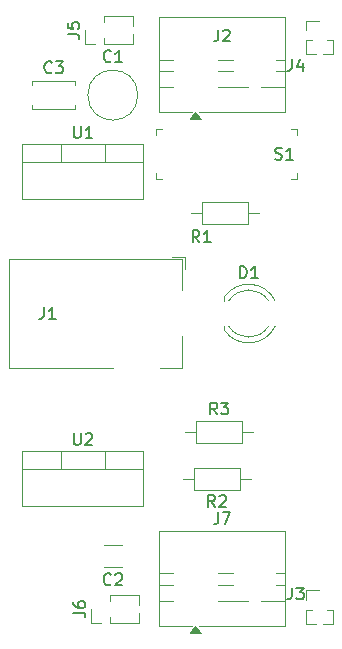
<source format=gbr>
%TF.GenerationSoftware,KiCad,Pcbnew,9.0.1*%
%TF.CreationDate,2025-05-11T23:30:35+05:30*%
%TF.ProjectId,Breadboard Power Supply,42726561-6462-46f6-9172-6420506f7765,1*%
%TF.SameCoordinates,Original*%
%TF.FileFunction,Legend,Top*%
%TF.FilePolarity,Positive*%
%FSLAX46Y46*%
G04 Gerber Fmt 4.6, Leading zero omitted, Abs format (unit mm)*
G04 Created by KiCad (PCBNEW 9.0.1) date 2025-05-11 23:30:35*
%MOMM*%
%LPD*%
G01*
G04 APERTURE LIST*
%ADD10C,0.150000*%
%ADD11C,0.120000*%
%ADD12C,0.100000*%
G04 APERTURE END LIST*
D10*
X122198095Y-100629819D02*
X122198095Y-101439342D01*
X122198095Y-101439342D02*
X122245714Y-101534580D01*
X122245714Y-101534580D02*
X122293333Y-101582200D01*
X122293333Y-101582200D02*
X122388571Y-101629819D01*
X122388571Y-101629819D02*
X122579047Y-101629819D01*
X122579047Y-101629819D02*
X122674285Y-101582200D01*
X122674285Y-101582200D02*
X122721904Y-101534580D01*
X122721904Y-101534580D02*
X122769523Y-101439342D01*
X122769523Y-101439342D02*
X122769523Y-100629819D01*
X123198095Y-100725057D02*
X123245714Y-100677438D01*
X123245714Y-100677438D02*
X123340952Y-100629819D01*
X123340952Y-100629819D02*
X123579047Y-100629819D01*
X123579047Y-100629819D02*
X123674285Y-100677438D01*
X123674285Y-100677438D02*
X123721904Y-100725057D01*
X123721904Y-100725057D02*
X123769523Y-100820295D01*
X123769523Y-100820295D02*
X123769523Y-100915533D01*
X123769523Y-100915533D02*
X123721904Y-101058390D01*
X123721904Y-101058390D02*
X123150476Y-101629819D01*
X123150476Y-101629819D02*
X123769523Y-101629819D01*
X122198095Y-74629819D02*
X122198095Y-75439342D01*
X122198095Y-75439342D02*
X122245714Y-75534580D01*
X122245714Y-75534580D02*
X122293333Y-75582200D01*
X122293333Y-75582200D02*
X122388571Y-75629819D01*
X122388571Y-75629819D02*
X122579047Y-75629819D01*
X122579047Y-75629819D02*
X122674285Y-75582200D01*
X122674285Y-75582200D02*
X122721904Y-75534580D01*
X122721904Y-75534580D02*
X122769523Y-75439342D01*
X122769523Y-75439342D02*
X122769523Y-74629819D01*
X123769523Y-75629819D02*
X123198095Y-75629819D01*
X123483809Y-75629819D02*
X123483809Y-74629819D01*
X123483809Y-74629819D02*
X123388571Y-74772676D01*
X123388571Y-74772676D02*
X123293333Y-74867914D01*
X123293333Y-74867914D02*
X123198095Y-74915533D01*
X139238095Y-77407200D02*
X139380952Y-77454819D01*
X139380952Y-77454819D02*
X139619047Y-77454819D01*
X139619047Y-77454819D02*
X139714285Y-77407200D01*
X139714285Y-77407200D02*
X139761904Y-77359580D01*
X139761904Y-77359580D02*
X139809523Y-77264342D01*
X139809523Y-77264342D02*
X139809523Y-77169104D01*
X139809523Y-77169104D02*
X139761904Y-77073866D01*
X139761904Y-77073866D02*
X139714285Y-77026247D01*
X139714285Y-77026247D02*
X139619047Y-76978628D01*
X139619047Y-76978628D02*
X139428571Y-76931009D01*
X139428571Y-76931009D02*
X139333333Y-76883390D01*
X139333333Y-76883390D02*
X139285714Y-76835771D01*
X139285714Y-76835771D02*
X139238095Y-76740533D01*
X139238095Y-76740533D02*
X139238095Y-76645295D01*
X139238095Y-76645295D02*
X139285714Y-76550057D01*
X139285714Y-76550057D02*
X139333333Y-76502438D01*
X139333333Y-76502438D02*
X139428571Y-76454819D01*
X139428571Y-76454819D02*
X139666666Y-76454819D01*
X139666666Y-76454819D02*
X139809523Y-76502438D01*
X140761904Y-77454819D02*
X140190476Y-77454819D01*
X140476190Y-77454819D02*
X140476190Y-76454819D01*
X140476190Y-76454819D02*
X140380952Y-76597676D01*
X140380952Y-76597676D02*
X140285714Y-76692914D01*
X140285714Y-76692914D02*
X140190476Y-76740533D01*
X134333333Y-99034819D02*
X134000000Y-98558628D01*
X133761905Y-99034819D02*
X133761905Y-98034819D01*
X133761905Y-98034819D02*
X134142857Y-98034819D01*
X134142857Y-98034819D02*
X134238095Y-98082438D01*
X134238095Y-98082438D02*
X134285714Y-98130057D01*
X134285714Y-98130057D02*
X134333333Y-98225295D01*
X134333333Y-98225295D02*
X134333333Y-98368152D01*
X134333333Y-98368152D02*
X134285714Y-98463390D01*
X134285714Y-98463390D02*
X134238095Y-98511009D01*
X134238095Y-98511009D02*
X134142857Y-98558628D01*
X134142857Y-98558628D02*
X133761905Y-98558628D01*
X134666667Y-98034819D02*
X135285714Y-98034819D01*
X135285714Y-98034819D02*
X134952381Y-98415771D01*
X134952381Y-98415771D02*
X135095238Y-98415771D01*
X135095238Y-98415771D02*
X135190476Y-98463390D01*
X135190476Y-98463390D02*
X135238095Y-98511009D01*
X135238095Y-98511009D02*
X135285714Y-98606247D01*
X135285714Y-98606247D02*
X135285714Y-98844342D01*
X135285714Y-98844342D02*
X135238095Y-98939580D01*
X135238095Y-98939580D02*
X135190476Y-98987200D01*
X135190476Y-98987200D02*
X135095238Y-99034819D01*
X135095238Y-99034819D02*
X134809524Y-99034819D01*
X134809524Y-99034819D02*
X134714286Y-98987200D01*
X134714286Y-98987200D02*
X134666667Y-98939580D01*
X134143333Y-106874819D02*
X133810000Y-106398628D01*
X133571905Y-106874819D02*
X133571905Y-105874819D01*
X133571905Y-105874819D02*
X133952857Y-105874819D01*
X133952857Y-105874819D02*
X134048095Y-105922438D01*
X134048095Y-105922438D02*
X134095714Y-105970057D01*
X134095714Y-105970057D02*
X134143333Y-106065295D01*
X134143333Y-106065295D02*
X134143333Y-106208152D01*
X134143333Y-106208152D02*
X134095714Y-106303390D01*
X134095714Y-106303390D02*
X134048095Y-106351009D01*
X134048095Y-106351009D02*
X133952857Y-106398628D01*
X133952857Y-106398628D02*
X133571905Y-106398628D01*
X134524286Y-105970057D02*
X134571905Y-105922438D01*
X134571905Y-105922438D02*
X134667143Y-105874819D01*
X134667143Y-105874819D02*
X134905238Y-105874819D01*
X134905238Y-105874819D02*
X135000476Y-105922438D01*
X135000476Y-105922438D02*
X135048095Y-105970057D01*
X135048095Y-105970057D02*
X135095714Y-106065295D01*
X135095714Y-106065295D02*
X135095714Y-106160533D01*
X135095714Y-106160533D02*
X135048095Y-106303390D01*
X135048095Y-106303390D02*
X134476667Y-106874819D01*
X134476667Y-106874819D02*
X135095714Y-106874819D01*
X132833333Y-84454819D02*
X132500000Y-83978628D01*
X132261905Y-84454819D02*
X132261905Y-83454819D01*
X132261905Y-83454819D02*
X132642857Y-83454819D01*
X132642857Y-83454819D02*
X132738095Y-83502438D01*
X132738095Y-83502438D02*
X132785714Y-83550057D01*
X132785714Y-83550057D02*
X132833333Y-83645295D01*
X132833333Y-83645295D02*
X132833333Y-83788152D01*
X132833333Y-83788152D02*
X132785714Y-83883390D01*
X132785714Y-83883390D02*
X132738095Y-83931009D01*
X132738095Y-83931009D02*
X132642857Y-83978628D01*
X132642857Y-83978628D02*
X132261905Y-83978628D01*
X133785714Y-84454819D02*
X133214286Y-84454819D01*
X133500000Y-84454819D02*
X133500000Y-83454819D01*
X133500000Y-83454819D02*
X133404762Y-83597676D01*
X133404762Y-83597676D02*
X133309524Y-83692914D01*
X133309524Y-83692914D02*
X133214286Y-83740533D01*
X134416666Y-107334819D02*
X134416666Y-108049104D01*
X134416666Y-108049104D02*
X134369047Y-108191961D01*
X134369047Y-108191961D02*
X134273809Y-108287200D01*
X134273809Y-108287200D02*
X134130952Y-108334819D01*
X134130952Y-108334819D02*
X134035714Y-108334819D01*
X134797619Y-107334819D02*
X135464285Y-107334819D01*
X135464285Y-107334819D02*
X135035714Y-108334819D01*
X122169819Y-115833333D02*
X122884104Y-115833333D01*
X122884104Y-115833333D02*
X123026961Y-115880952D01*
X123026961Y-115880952D02*
X123122200Y-115976190D01*
X123122200Y-115976190D02*
X123169819Y-116119047D01*
X123169819Y-116119047D02*
X123169819Y-116214285D01*
X122169819Y-114928571D02*
X122169819Y-115119047D01*
X122169819Y-115119047D02*
X122217438Y-115214285D01*
X122217438Y-115214285D02*
X122265057Y-115261904D01*
X122265057Y-115261904D02*
X122407914Y-115357142D01*
X122407914Y-115357142D02*
X122598390Y-115404761D01*
X122598390Y-115404761D02*
X122979342Y-115404761D01*
X122979342Y-115404761D02*
X123074580Y-115357142D01*
X123074580Y-115357142D02*
X123122200Y-115309523D01*
X123122200Y-115309523D02*
X123169819Y-115214285D01*
X123169819Y-115214285D02*
X123169819Y-115023809D01*
X123169819Y-115023809D02*
X123122200Y-114928571D01*
X123122200Y-114928571D02*
X123074580Y-114880952D01*
X123074580Y-114880952D02*
X122979342Y-114833333D01*
X122979342Y-114833333D02*
X122741247Y-114833333D01*
X122741247Y-114833333D02*
X122646009Y-114880952D01*
X122646009Y-114880952D02*
X122598390Y-114928571D01*
X122598390Y-114928571D02*
X122550771Y-115023809D01*
X122550771Y-115023809D02*
X122550771Y-115214285D01*
X122550771Y-115214285D02*
X122598390Y-115309523D01*
X122598390Y-115309523D02*
X122646009Y-115357142D01*
X122646009Y-115357142D02*
X122741247Y-115404761D01*
X121669819Y-66833333D02*
X122384104Y-66833333D01*
X122384104Y-66833333D02*
X122526961Y-66880952D01*
X122526961Y-66880952D02*
X122622200Y-66976190D01*
X122622200Y-66976190D02*
X122669819Y-67119047D01*
X122669819Y-67119047D02*
X122669819Y-67214285D01*
X121669819Y-65880952D02*
X121669819Y-66357142D01*
X121669819Y-66357142D02*
X122146009Y-66404761D01*
X122146009Y-66404761D02*
X122098390Y-66357142D01*
X122098390Y-66357142D02*
X122050771Y-66261904D01*
X122050771Y-66261904D02*
X122050771Y-66023809D01*
X122050771Y-66023809D02*
X122098390Y-65928571D01*
X122098390Y-65928571D02*
X122146009Y-65880952D01*
X122146009Y-65880952D02*
X122241247Y-65833333D01*
X122241247Y-65833333D02*
X122479342Y-65833333D01*
X122479342Y-65833333D02*
X122574580Y-65880952D01*
X122574580Y-65880952D02*
X122622200Y-65928571D01*
X122622200Y-65928571D02*
X122669819Y-66023809D01*
X122669819Y-66023809D02*
X122669819Y-66261904D01*
X122669819Y-66261904D02*
X122622200Y-66357142D01*
X122622200Y-66357142D02*
X122574580Y-66404761D01*
X140666666Y-68954819D02*
X140666666Y-69669104D01*
X140666666Y-69669104D02*
X140619047Y-69811961D01*
X140619047Y-69811961D02*
X140523809Y-69907200D01*
X140523809Y-69907200D02*
X140380952Y-69954819D01*
X140380952Y-69954819D02*
X140285714Y-69954819D01*
X141571428Y-69288152D02*
X141571428Y-69954819D01*
X141333333Y-68907200D02*
X141095238Y-69621485D01*
X141095238Y-69621485D02*
X141714285Y-69621485D01*
X140666666Y-113704819D02*
X140666666Y-114419104D01*
X140666666Y-114419104D02*
X140619047Y-114561961D01*
X140619047Y-114561961D02*
X140523809Y-114657200D01*
X140523809Y-114657200D02*
X140380952Y-114704819D01*
X140380952Y-114704819D02*
X140285714Y-114704819D01*
X141047619Y-113704819D02*
X141666666Y-113704819D01*
X141666666Y-113704819D02*
X141333333Y-114085771D01*
X141333333Y-114085771D02*
X141476190Y-114085771D01*
X141476190Y-114085771D02*
X141571428Y-114133390D01*
X141571428Y-114133390D02*
X141619047Y-114181009D01*
X141619047Y-114181009D02*
X141666666Y-114276247D01*
X141666666Y-114276247D02*
X141666666Y-114514342D01*
X141666666Y-114514342D02*
X141619047Y-114609580D01*
X141619047Y-114609580D02*
X141571428Y-114657200D01*
X141571428Y-114657200D02*
X141476190Y-114704819D01*
X141476190Y-114704819D02*
X141190476Y-114704819D01*
X141190476Y-114704819D02*
X141095238Y-114657200D01*
X141095238Y-114657200D02*
X141047619Y-114609580D01*
X134416666Y-66454819D02*
X134416666Y-67169104D01*
X134416666Y-67169104D02*
X134369047Y-67311961D01*
X134369047Y-67311961D02*
X134273809Y-67407200D01*
X134273809Y-67407200D02*
X134130952Y-67454819D01*
X134130952Y-67454819D02*
X134035714Y-67454819D01*
X134845238Y-66550057D02*
X134892857Y-66502438D01*
X134892857Y-66502438D02*
X134988095Y-66454819D01*
X134988095Y-66454819D02*
X135226190Y-66454819D01*
X135226190Y-66454819D02*
X135321428Y-66502438D01*
X135321428Y-66502438D02*
X135369047Y-66550057D01*
X135369047Y-66550057D02*
X135416666Y-66645295D01*
X135416666Y-66645295D02*
X135416666Y-66740533D01*
X135416666Y-66740533D02*
X135369047Y-66883390D01*
X135369047Y-66883390D02*
X134797619Y-67454819D01*
X134797619Y-67454819D02*
X135416666Y-67454819D01*
X119666666Y-89954819D02*
X119666666Y-90669104D01*
X119666666Y-90669104D02*
X119619047Y-90811961D01*
X119619047Y-90811961D02*
X119523809Y-90907200D01*
X119523809Y-90907200D02*
X119380952Y-90954819D01*
X119380952Y-90954819D02*
X119285714Y-90954819D01*
X120666666Y-90954819D02*
X120095238Y-90954819D01*
X120380952Y-90954819D02*
X120380952Y-89954819D01*
X120380952Y-89954819D02*
X120285714Y-90097676D01*
X120285714Y-90097676D02*
X120190476Y-90192914D01*
X120190476Y-90192914D02*
X120095238Y-90240533D01*
X136261905Y-87494819D02*
X136261905Y-86494819D01*
X136261905Y-86494819D02*
X136500000Y-86494819D01*
X136500000Y-86494819D02*
X136642857Y-86542438D01*
X136642857Y-86542438D02*
X136738095Y-86637676D01*
X136738095Y-86637676D02*
X136785714Y-86732914D01*
X136785714Y-86732914D02*
X136833333Y-86923390D01*
X136833333Y-86923390D02*
X136833333Y-87066247D01*
X136833333Y-87066247D02*
X136785714Y-87256723D01*
X136785714Y-87256723D02*
X136738095Y-87351961D01*
X136738095Y-87351961D02*
X136642857Y-87447200D01*
X136642857Y-87447200D02*
X136500000Y-87494819D01*
X136500000Y-87494819D02*
X136261905Y-87494819D01*
X137785714Y-87494819D02*
X137214286Y-87494819D01*
X137500000Y-87494819D02*
X137500000Y-86494819D01*
X137500000Y-86494819D02*
X137404762Y-86637676D01*
X137404762Y-86637676D02*
X137309524Y-86732914D01*
X137309524Y-86732914D02*
X137214286Y-86780533D01*
X120333333Y-70059580D02*
X120285714Y-70107200D01*
X120285714Y-70107200D02*
X120142857Y-70154819D01*
X120142857Y-70154819D02*
X120047619Y-70154819D01*
X120047619Y-70154819D02*
X119904762Y-70107200D01*
X119904762Y-70107200D02*
X119809524Y-70011961D01*
X119809524Y-70011961D02*
X119761905Y-69916723D01*
X119761905Y-69916723D02*
X119714286Y-69726247D01*
X119714286Y-69726247D02*
X119714286Y-69583390D01*
X119714286Y-69583390D02*
X119761905Y-69392914D01*
X119761905Y-69392914D02*
X119809524Y-69297676D01*
X119809524Y-69297676D02*
X119904762Y-69202438D01*
X119904762Y-69202438D02*
X120047619Y-69154819D01*
X120047619Y-69154819D02*
X120142857Y-69154819D01*
X120142857Y-69154819D02*
X120285714Y-69202438D01*
X120285714Y-69202438D02*
X120333333Y-69250057D01*
X120666667Y-69154819D02*
X121285714Y-69154819D01*
X121285714Y-69154819D02*
X120952381Y-69535771D01*
X120952381Y-69535771D02*
X121095238Y-69535771D01*
X121095238Y-69535771D02*
X121190476Y-69583390D01*
X121190476Y-69583390D02*
X121238095Y-69631009D01*
X121238095Y-69631009D02*
X121285714Y-69726247D01*
X121285714Y-69726247D02*
X121285714Y-69964342D01*
X121285714Y-69964342D02*
X121238095Y-70059580D01*
X121238095Y-70059580D02*
X121190476Y-70107200D01*
X121190476Y-70107200D02*
X121095238Y-70154819D01*
X121095238Y-70154819D02*
X120809524Y-70154819D01*
X120809524Y-70154819D02*
X120714286Y-70107200D01*
X120714286Y-70107200D02*
X120666667Y-70059580D01*
X125333333Y-113409580D02*
X125285714Y-113457200D01*
X125285714Y-113457200D02*
X125142857Y-113504819D01*
X125142857Y-113504819D02*
X125047619Y-113504819D01*
X125047619Y-113504819D02*
X124904762Y-113457200D01*
X124904762Y-113457200D02*
X124809524Y-113361961D01*
X124809524Y-113361961D02*
X124761905Y-113266723D01*
X124761905Y-113266723D02*
X124714286Y-113076247D01*
X124714286Y-113076247D02*
X124714286Y-112933390D01*
X124714286Y-112933390D02*
X124761905Y-112742914D01*
X124761905Y-112742914D02*
X124809524Y-112647676D01*
X124809524Y-112647676D02*
X124904762Y-112552438D01*
X124904762Y-112552438D02*
X125047619Y-112504819D01*
X125047619Y-112504819D02*
X125142857Y-112504819D01*
X125142857Y-112504819D02*
X125285714Y-112552438D01*
X125285714Y-112552438D02*
X125333333Y-112600057D01*
X125714286Y-112600057D02*
X125761905Y-112552438D01*
X125761905Y-112552438D02*
X125857143Y-112504819D01*
X125857143Y-112504819D02*
X126095238Y-112504819D01*
X126095238Y-112504819D02*
X126190476Y-112552438D01*
X126190476Y-112552438D02*
X126238095Y-112600057D01*
X126238095Y-112600057D02*
X126285714Y-112695295D01*
X126285714Y-112695295D02*
X126285714Y-112790533D01*
X126285714Y-112790533D02*
X126238095Y-112933390D01*
X126238095Y-112933390D02*
X125666667Y-113504819D01*
X125666667Y-113504819D02*
X126285714Y-113504819D01*
X125333333Y-69109580D02*
X125285714Y-69157200D01*
X125285714Y-69157200D02*
X125142857Y-69204819D01*
X125142857Y-69204819D02*
X125047619Y-69204819D01*
X125047619Y-69204819D02*
X124904762Y-69157200D01*
X124904762Y-69157200D02*
X124809524Y-69061961D01*
X124809524Y-69061961D02*
X124761905Y-68966723D01*
X124761905Y-68966723D02*
X124714286Y-68776247D01*
X124714286Y-68776247D02*
X124714286Y-68633390D01*
X124714286Y-68633390D02*
X124761905Y-68442914D01*
X124761905Y-68442914D02*
X124809524Y-68347676D01*
X124809524Y-68347676D02*
X124904762Y-68252438D01*
X124904762Y-68252438D02*
X125047619Y-68204819D01*
X125047619Y-68204819D02*
X125142857Y-68204819D01*
X125142857Y-68204819D02*
X125285714Y-68252438D01*
X125285714Y-68252438D02*
X125333333Y-68300057D01*
X126285714Y-69204819D02*
X125714286Y-69204819D01*
X126000000Y-69204819D02*
X126000000Y-68204819D01*
X126000000Y-68204819D02*
X125904762Y-68347676D01*
X125904762Y-68347676D02*
X125809524Y-68442914D01*
X125809524Y-68442914D02*
X125714286Y-68490533D01*
D11*
%TO.C,U2*%
X117840000Y-102175000D02*
X117840000Y-106816000D01*
X117840000Y-102175000D02*
X128080000Y-102175000D01*
X117840000Y-103685000D02*
X128080000Y-103685000D01*
X117840000Y-106816000D02*
X128080000Y-106816000D01*
X121110000Y-102175000D02*
X121110000Y-103685000D01*
X124811000Y-102175000D02*
X124811000Y-103685000D01*
X128080000Y-102175000D02*
X128080000Y-106816000D01*
%TO.C,U1*%
X117840000Y-76175000D02*
X117840000Y-80816000D01*
X117840000Y-76175000D02*
X128080000Y-76175000D01*
X117840000Y-77685000D02*
X128080000Y-77685000D01*
X117840000Y-80816000D02*
X128080000Y-80816000D01*
X121110000Y-76175000D02*
X121110000Y-77685000D01*
X124811000Y-76175000D02*
X124811000Y-77685000D01*
X128080000Y-76175000D02*
X128080000Y-80816000D01*
D12*
%TO.C,S1*%
X129200000Y-74900000D02*
X129700000Y-74900000D01*
X129200000Y-74900000D02*
X129200000Y-75400000D01*
X141100000Y-74900000D02*
X140600000Y-74900000D01*
X141100000Y-74900000D02*
X141100000Y-75400000D01*
X141100000Y-79100000D02*
X140600000Y-79100000D01*
X141100000Y-79100000D02*
X141100000Y-78600000D01*
X129200000Y-79100000D02*
X129200000Y-78600000D01*
X129200000Y-79100000D02*
X129700000Y-79100000D01*
D11*
%TO.C,R3*%
X131630000Y-100500000D02*
X132580000Y-100500000D01*
X132580000Y-99580000D02*
X132580000Y-101420000D01*
X132580000Y-101420000D02*
X136420000Y-101420000D01*
X136420000Y-99580000D02*
X132580000Y-99580000D01*
X136420000Y-101420000D02*
X136420000Y-99580000D01*
X137370000Y-100500000D02*
X136420000Y-100500000D01*
%TO.C,R2*%
X137180000Y-104500000D02*
X136230000Y-104500000D01*
X136230000Y-105420000D02*
X136230000Y-103580000D01*
X136230000Y-103580000D02*
X132390000Y-103580000D01*
X132390000Y-105420000D02*
X136230000Y-105420000D01*
X132390000Y-103580000D02*
X132390000Y-105420000D01*
X131440000Y-104500000D02*
X132390000Y-104500000D01*
%TO.C,R1*%
X132130000Y-82000000D02*
X133080000Y-82000000D01*
X133080000Y-81080000D02*
X133080000Y-82920000D01*
X133080000Y-82920000D02*
X136920000Y-82920000D01*
X136920000Y-81080000D02*
X133080000Y-81080000D01*
X136920000Y-82920000D02*
X136920000Y-81080000D01*
X137870000Y-82000000D02*
X136920000Y-82000000D01*
%TO.C,J7*%
X129380000Y-108880000D02*
X129380000Y-116920000D01*
X129380000Y-108880000D02*
X140120000Y-108880000D01*
X129380000Y-112500000D02*
X130620000Y-112500000D01*
X129380000Y-113500000D02*
X130620000Y-113500000D01*
X129380000Y-114800000D02*
X130620000Y-114800000D01*
X129380000Y-116920000D02*
X132200000Y-116920000D01*
X132800000Y-116920000D02*
X140120000Y-116920000D01*
X134380000Y-112500000D02*
X135688000Y-112500000D01*
X134380000Y-113500000D02*
X135688000Y-113500000D01*
X134380000Y-114800000D02*
X136957000Y-114800000D01*
X138043000Y-114800000D02*
X140120000Y-114800000D01*
X139312000Y-112500000D02*
X140120000Y-112500000D01*
X139312000Y-113500000D02*
X140120000Y-113500000D01*
X140120000Y-108880000D02*
X140120000Y-116920000D01*
X132940000Y-117530000D02*
X132060000Y-117530000D01*
X132500000Y-116920000D01*
X132940000Y-117530000D01*
G36*
X132940000Y-117530000D02*
G01*
X132060000Y-117530000D01*
X132500000Y-116920000D01*
X132940000Y-117530000D01*
G37*
%TO.C,J6*%
X123650000Y-116660000D02*
X123650000Y-115500000D01*
X124460000Y-116660000D02*
X123650000Y-116660000D01*
X125270000Y-116660000D02*
X127745000Y-116660000D01*
X125270000Y-116660000D02*
X125270000Y-116166708D01*
X127745000Y-116660000D02*
X127745000Y-115817923D01*
X127745000Y-115182077D02*
X127745000Y-114340000D01*
X125270000Y-114833292D02*
X125270000Y-114340000D01*
X125270000Y-114340000D02*
X127745000Y-114340000D01*
%TO.C,J5*%
X123150000Y-67660000D02*
X123150000Y-66500000D01*
X123960000Y-67660000D02*
X123150000Y-67660000D01*
X124770000Y-67660000D02*
X127245000Y-67660000D01*
X124770000Y-67660000D02*
X124770000Y-67166708D01*
X127245000Y-67660000D02*
X127245000Y-66817923D01*
X127245000Y-66182077D02*
X127245000Y-65340000D01*
X124770000Y-65833292D02*
X124770000Y-65340000D01*
X124770000Y-65340000D02*
X127245000Y-65340000D01*
%TO.C,J4*%
X141840000Y-65690000D02*
X143000000Y-65690000D01*
X141840000Y-66500000D02*
X141840000Y-65690000D01*
X141840000Y-67310000D02*
X141840000Y-68515000D01*
X141840000Y-67310000D02*
X142333292Y-67310000D01*
X141840000Y-68515000D02*
X142682077Y-68515000D01*
X143317923Y-68515000D02*
X144160000Y-68515000D01*
X143666708Y-67310000D02*
X144160000Y-67310000D01*
X144160000Y-67310000D02*
X144160000Y-68515000D01*
%TO.C,J3*%
X141840000Y-113940000D02*
X143000000Y-113940000D01*
X141840000Y-114750000D02*
X141840000Y-113940000D01*
X141840000Y-115560000D02*
X141840000Y-116765000D01*
X141840000Y-115560000D02*
X142333292Y-115560000D01*
X141840000Y-116765000D02*
X142682077Y-116765000D01*
X143317923Y-116765000D02*
X144160000Y-116765000D01*
X143666708Y-115560000D02*
X144160000Y-115560000D01*
X144160000Y-115560000D02*
X144160000Y-116765000D01*
%TO.C,J2*%
X129380000Y-65380000D02*
X129380000Y-73420000D01*
X129380000Y-65380000D02*
X140120000Y-65380000D01*
X129380000Y-69000000D02*
X130620000Y-69000000D01*
X129380000Y-70000000D02*
X130620000Y-70000000D01*
X129380000Y-71300000D02*
X130620000Y-71300000D01*
X129380000Y-73420000D02*
X132200000Y-73420000D01*
X132800000Y-73420000D02*
X140120000Y-73420000D01*
X134380000Y-69000000D02*
X135688000Y-69000000D01*
X134380000Y-70000000D02*
X135688000Y-70000000D01*
X134380000Y-71300000D02*
X136957000Y-71300000D01*
X138043000Y-71300000D02*
X140120000Y-71300000D01*
X139312000Y-69000000D02*
X140120000Y-69000000D01*
X139312000Y-70000000D02*
X140120000Y-70000000D01*
X140120000Y-65380000D02*
X140120000Y-73420000D01*
X132940000Y-74030000D02*
X132060000Y-74030000D01*
X132500000Y-73420000D01*
X132940000Y-74030000D01*
G36*
X132940000Y-74030000D02*
G01*
X132060000Y-74030000D01*
X132500000Y-73420000D01*
X132940000Y-74030000D01*
G37*
%TO.C,J1*%
X116700000Y-85900000D02*
X131400000Y-85900000D01*
X116700000Y-95100000D02*
X116700000Y-85900000D01*
X125500000Y-95100000D02*
X116700000Y-95100000D01*
X130550000Y-85700000D02*
X131600000Y-85700000D01*
X131400000Y-85900000D02*
X131400000Y-88500000D01*
X131400000Y-92400000D02*
X131400000Y-95100000D01*
X131400000Y-95100000D02*
X129500000Y-95100000D01*
X131600000Y-86750000D02*
X131600000Y-85700000D01*
%TO.C,D1*%
X134940000Y-89101000D02*
X134940000Y-89420000D01*
X134940000Y-91580000D02*
X134940000Y-91899000D01*
X134940000Y-89101251D02*
G75*
G02*
X139243557Y-89419931I2060000J-1398749D01*
G01*
X135316670Y-89420000D02*
G75*
G02*
X138683294Y-89419943I1683330J-1080000D01*
G01*
X138683294Y-91580057D02*
G75*
G02*
X135316670Y-91580000I-1683294J1080057D01*
G01*
X139243558Y-91580069D02*
G75*
G02*
X134940000Y-91898749I-2243558J1080069D01*
G01*
%TO.C,C3*%
X118680000Y-70830000D02*
X118680000Y-71130000D01*
X118680000Y-70830000D02*
X122320000Y-70830000D01*
X118680000Y-72870000D02*
X118680000Y-73170000D01*
X118680000Y-73170000D02*
X122320000Y-73170000D01*
X122320000Y-70830000D02*
X122320000Y-71130000D01*
X122320000Y-72870000D02*
X122320000Y-73170000D01*
%TO.C,C2*%
X126265000Y-111920000D02*
X124735000Y-111920000D01*
X126265000Y-110080000D02*
X124735000Y-110080000D01*
%TO.C,C1*%
X127620000Y-72000000D02*
G75*
G02*
X123380000Y-72000000I-2120000J0D01*
G01*
X123380000Y-72000000D02*
G75*
G02*
X127620000Y-72000000I2120000J0D01*
G01*
%TD*%
M02*

</source>
